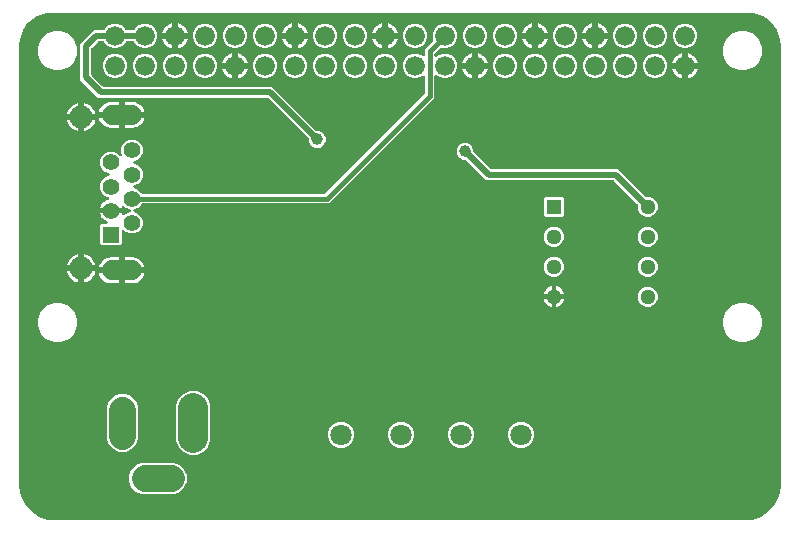
<source format=gbr>
G04 EAGLE Gerber RS-274X export*
G75*
%MOMM*%
%FSLAX34Y34*%
%LPD*%
%INBottom Copper*%
%IPPOS*%
%AMOC8*
5,1,8,0,0,1.08239X$1,22.5*%
G01*
%ADD10C,1.676400*%
%ADD11R,1.288000X1.288000*%
%ADD12C,1.288000*%
%ADD13C,1.700000*%
%ADD14C,1.950000*%
%ADD15C,1.408000*%
%ADD16R,1.408000X1.408000*%
%ADD17C,2.500000*%
%ADD18C,2.250000*%
%ADD19C,1.800000*%
%ADD20C,1.006400*%
%ADD21C,0.508000*%
%ADD22C,0.406400*%

G36*
X619796Y-132458D02*
X619796Y-132458D01*
X619806Y-132459D01*
X619966Y-132446D01*
X623615Y-131924D01*
X623658Y-131912D01*
X623702Y-131908D01*
X623857Y-131865D01*
X630945Y-129369D01*
X631021Y-129331D01*
X631102Y-129301D01*
X631220Y-129231D01*
X631229Y-129226D01*
X631232Y-129224D01*
X631240Y-129219D01*
X637441Y-124973D01*
X637505Y-124917D01*
X637575Y-124868D01*
X637671Y-124769D01*
X637679Y-124762D01*
X637681Y-124759D01*
X637687Y-124752D01*
X642578Y-119047D01*
X642625Y-118975D01*
X642680Y-118910D01*
X642747Y-118790D01*
X642753Y-118781D01*
X642754Y-118777D01*
X642759Y-118769D01*
X646006Y-111992D01*
X646033Y-111911D01*
X646069Y-111833D01*
X646103Y-111700D01*
X646106Y-111690D01*
X646107Y-111686D01*
X646109Y-111677D01*
X647491Y-104291D01*
X647494Y-104247D01*
X647505Y-104204D01*
X647513Y-104043D01*
X647485Y-101590D01*
X647473Y-101499D01*
X647470Y-101406D01*
X647459Y-101370D01*
X647459Y-100146D01*
X647457Y-100125D01*
X647456Y-100049D01*
X647377Y-99030D01*
X647397Y-98954D01*
X647432Y-98851D01*
X647436Y-98800D01*
X647449Y-98751D01*
X647459Y-98591D01*
X647459Y270000D01*
X647457Y270022D01*
X647455Y270100D01*
X647133Y274197D01*
X647119Y274264D01*
X647115Y274333D01*
X647075Y274489D01*
X644543Y282282D01*
X644492Y282390D01*
X644449Y282500D01*
X644416Y282551D01*
X644407Y282570D01*
X644394Y282586D01*
X644362Y282636D01*
X639546Y289265D01*
X639465Y289352D01*
X639389Y289443D01*
X639342Y289482D01*
X639328Y289497D01*
X639311Y289508D01*
X639265Y289546D01*
X635204Y292496D01*
X632636Y294362D01*
X632532Y294420D01*
X632432Y294483D01*
X632375Y294506D01*
X632357Y294516D01*
X632338Y294521D01*
X632282Y294543D01*
X624489Y297075D01*
X624421Y297088D01*
X624356Y297110D01*
X624197Y297133D01*
X620100Y297455D01*
X620078Y297454D01*
X620000Y297459D01*
X30000Y297459D01*
X29978Y297457D01*
X29900Y297455D01*
X25803Y297133D01*
X25736Y297119D01*
X25667Y297115D01*
X25511Y297075D01*
X17718Y294543D01*
X17610Y294492D01*
X17500Y294449D01*
X17449Y294416D01*
X17430Y294407D01*
X17414Y294394D01*
X17364Y294362D01*
X10735Y289546D01*
X10648Y289465D01*
X10557Y289389D01*
X10518Y289342D01*
X10503Y289328D01*
X10492Y289311D01*
X10454Y289265D01*
X5638Y282636D01*
X5580Y282532D01*
X5517Y282432D01*
X5494Y282375D01*
X5484Y282357D01*
X5479Y282338D01*
X5457Y282282D01*
X2925Y274489D01*
X2912Y274421D01*
X2890Y274356D01*
X2867Y274197D01*
X2545Y270100D01*
X2546Y270078D01*
X2541Y270000D01*
X2541Y-98591D01*
X2547Y-98641D01*
X2545Y-98691D01*
X2567Y-98798D01*
X2581Y-98906D01*
X2599Y-98953D01*
X2609Y-99003D01*
X2623Y-99030D01*
X2544Y-100049D01*
X2546Y-100071D01*
X2541Y-100146D01*
X2541Y-101378D01*
X2527Y-101429D01*
X2518Y-101546D01*
X2515Y-101563D01*
X2516Y-101572D01*
X2515Y-101590D01*
X2487Y-104043D01*
X2492Y-104087D01*
X2489Y-104131D01*
X2509Y-104291D01*
X3891Y-111677D01*
X3917Y-111759D01*
X3934Y-111843D01*
X3985Y-111970D01*
X3988Y-111980D01*
X3991Y-111984D01*
X3994Y-111992D01*
X7241Y-118769D01*
X7288Y-118841D01*
X7325Y-118918D01*
X7408Y-119027D01*
X7413Y-119036D01*
X7417Y-119039D01*
X7422Y-119047D01*
X12313Y-124752D01*
X12376Y-124810D01*
X12432Y-124874D01*
X12540Y-124959D01*
X12548Y-124966D01*
X12552Y-124968D01*
X12559Y-124973D01*
X18760Y-129219D01*
X18836Y-129258D01*
X18907Y-129306D01*
X19033Y-129359D01*
X19043Y-129364D01*
X19047Y-129365D01*
X19055Y-129369D01*
X26143Y-131865D01*
X26186Y-131874D01*
X26227Y-131891D01*
X26385Y-131924D01*
X30034Y-132446D01*
X30044Y-132447D01*
X30053Y-132449D01*
X30214Y-132459D01*
X619786Y-132459D01*
X619796Y-132458D01*
G37*
%LPC*%
G36*
X72518Y100227D02*
X72518Y100227D01*
X71327Y101418D01*
X71327Y117182D01*
X72518Y118373D01*
X76244Y118373D01*
X76273Y118376D01*
X76275Y118376D01*
X76284Y118378D01*
X76364Y118388D01*
X76485Y118396D01*
X76522Y118408D01*
X76560Y118413D01*
X76672Y118457D01*
X76787Y118495D01*
X76820Y118516D01*
X76855Y118530D01*
X76953Y118601D01*
X77055Y118666D01*
X77082Y118694D01*
X77113Y118716D01*
X77190Y118810D01*
X77273Y118898D01*
X77291Y118932D01*
X77316Y118961D01*
X77367Y119071D01*
X77425Y119177D01*
X77435Y119215D01*
X77451Y119249D01*
X77474Y119368D01*
X77504Y119485D01*
X77504Y119524D01*
X77511Y119561D01*
X77503Y119682D01*
X77503Y119803D01*
X77493Y119841D01*
X77491Y119879D01*
X77454Y119994D01*
X77423Y120111D01*
X77405Y120145D01*
X77393Y120181D01*
X77328Y120284D01*
X77270Y120390D01*
X77244Y120418D01*
X77223Y120450D01*
X77189Y120482D01*
X77188Y120483D01*
X77183Y120488D01*
X77135Y120533D01*
X77052Y120621D01*
X77019Y120642D01*
X76991Y120668D01*
X76958Y120686D01*
X76950Y120694D01*
X76811Y120776D01*
X76791Y120786D01*
X76783Y120791D01*
X76775Y120794D01*
X75379Y121506D01*
X74159Y122392D01*
X73092Y123459D01*
X72206Y124679D01*
X71521Y126022D01*
X71057Y127451D01*
X79420Y127451D01*
X79538Y127466D01*
X79657Y127473D01*
X79695Y127485D01*
X79735Y127491D01*
X79846Y127534D01*
X79959Y127571D01*
X79993Y127593D01*
X80031Y127608D01*
X80127Y127677D01*
X80228Y127741D01*
X80256Y127771D01*
X80288Y127794D01*
X80364Y127886D01*
X80396Y127920D01*
X80401Y127912D01*
X80431Y127884D01*
X80455Y127851D01*
X80546Y127775D01*
X80633Y127694D01*
X80668Y127674D01*
X80700Y127649D01*
X80807Y127598D01*
X80912Y127540D01*
X80951Y127530D01*
X80987Y127513D01*
X81104Y127491D01*
X81220Y127461D01*
X81280Y127457D01*
X81300Y127453D01*
X81320Y127455D01*
X81380Y127451D01*
X89743Y127451D01*
X89655Y127180D01*
X89651Y127161D01*
X89643Y127142D01*
X89621Y127004D01*
X89595Y126868D01*
X89597Y126848D01*
X89594Y126828D01*
X89607Y126689D01*
X89615Y126550D01*
X89621Y126531D01*
X89623Y126512D01*
X89670Y126381D01*
X89713Y126248D01*
X89724Y126231D01*
X89731Y126212D01*
X89809Y126097D01*
X89884Y125979D01*
X89898Y125966D01*
X89910Y125949D01*
X90014Y125857D01*
X90115Y125761D01*
X90133Y125752D01*
X90148Y125739D01*
X90272Y125676D01*
X90394Y125608D01*
X90414Y125603D01*
X90431Y125594D01*
X90567Y125564D01*
X90702Y125529D01*
X90722Y125529D01*
X90742Y125524D01*
X90881Y125529D01*
X91020Y125529D01*
X91039Y125533D01*
X91059Y125534D01*
X91194Y125573D01*
X91328Y125607D01*
X91346Y125617D01*
X91365Y125622D01*
X91485Y125693D01*
X91607Y125760D01*
X91622Y125774D01*
X91639Y125784D01*
X91760Y125890D01*
X93061Y127192D01*
X96286Y128527D01*
X96406Y128596D01*
X96530Y128661D01*
X96545Y128675D01*
X96562Y128685D01*
X96662Y128782D01*
X96765Y128875D01*
X96776Y128892D01*
X96791Y128906D01*
X96863Y129025D01*
X96940Y129141D01*
X96946Y129160D01*
X96957Y129177D01*
X96998Y129310D01*
X97043Y129442D01*
X97044Y129462D01*
X97050Y129481D01*
X97057Y129620D01*
X97068Y129759D01*
X97065Y129779D01*
X97065Y129799D01*
X97037Y129935D01*
X97014Y130072D01*
X97005Y130091D01*
X97001Y130110D01*
X96940Y130236D01*
X96883Y130362D01*
X96870Y130378D01*
X96861Y130396D01*
X96771Y130502D01*
X96684Y130610D01*
X96668Y130623D01*
X96655Y130638D01*
X96541Y130718D01*
X96430Y130802D01*
X96405Y130814D01*
X96395Y130821D01*
X96376Y130828D01*
X96286Y130873D01*
X93061Y132208D01*
X91760Y133510D01*
X91744Y133522D01*
X91731Y133537D01*
X91619Y133619D01*
X91508Y133705D01*
X91490Y133712D01*
X91474Y133724D01*
X91344Y133776D01*
X91217Y133831D01*
X91197Y133834D01*
X91178Y133841D01*
X91041Y133859D01*
X90902Y133881D01*
X90882Y133879D01*
X90863Y133881D01*
X90725Y133864D01*
X90586Y133851D01*
X90567Y133844D01*
X90547Y133842D01*
X90418Y133790D01*
X90287Y133743D01*
X90270Y133732D01*
X90251Y133725D01*
X90139Y133643D01*
X90023Y133565D01*
X90010Y133550D01*
X89994Y133538D01*
X89905Y133431D01*
X89813Y133326D01*
X89804Y133309D01*
X89791Y133293D01*
X89732Y133167D01*
X89668Y133043D01*
X89664Y133024D01*
X89655Y133006D01*
X89629Y132869D01*
X89599Y132733D01*
X89599Y132713D01*
X89595Y132693D01*
X89604Y132554D01*
X89608Y132415D01*
X89614Y132396D01*
X89615Y132376D01*
X89655Y132220D01*
X89743Y131949D01*
X81380Y131949D01*
X81262Y131934D01*
X81143Y131927D01*
X81105Y131914D01*
X81065Y131909D01*
X80954Y131866D01*
X80841Y131829D01*
X80807Y131807D01*
X80769Y131792D01*
X80673Y131723D01*
X80572Y131659D01*
X80544Y131629D01*
X80512Y131606D01*
X80436Y131514D01*
X80404Y131480D01*
X80399Y131488D01*
X80369Y131516D01*
X80345Y131549D01*
X80254Y131625D01*
X80167Y131706D01*
X80132Y131726D01*
X80100Y131751D01*
X79993Y131802D01*
X79888Y131860D01*
X79849Y131870D01*
X79813Y131887D01*
X79696Y131909D01*
X79580Y131939D01*
X79520Y131943D01*
X79500Y131947D01*
X79480Y131945D01*
X79420Y131949D01*
X71057Y131949D01*
X71521Y133378D01*
X72206Y134721D01*
X73092Y135941D01*
X74159Y137008D01*
X75379Y137894D01*
X76722Y138579D01*
X77812Y138933D01*
X77840Y138946D01*
X77869Y138953D01*
X77983Y139013D01*
X78100Y139068D01*
X78123Y139087D01*
X78150Y139101D01*
X78245Y139188D01*
X78345Y139271D01*
X78363Y139295D01*
X78385Y139315D01*
X78456Y139424D01*
X78532Y139528D01*
X78543Y139556D01*
X78560Y139581D01*
X78602Y139703D01*
X78650Y139824D01*
X78653Y139854D01*
X78663Y139882D01*
X78673Y140011D01*
X78690Y140139D01*
X78686Y140169D01*
X78688Y140199D01*
X78666Y140327D01*
X78650Y140455D01*
X78639Y140483D01*
X78634Y140512D01*
X78581Y140630D01*
X78533Y140751D01*
X78515Y140775D01*
X78503Y140802D01*
X78422Y140904D01*
X78346Y141008D01*
X78323Y141027D01*
X78305Y141051D01*
X78201Y141129D01*
X78101Y141211D01*
X78074Y141224D01*
X78051Y141242D01*
X77906Y141313D01*
X75261Y142408D01*
X72708Y144961D01*
X71327Y148295D01*
X71327Y151905D01*
X72708Y155239D01*
X75261Y157792D01*
X78486Y159127D01*
X78606Y159196D01*
X78730Y159261D01*
X78745Y159275D01*
X78762Y159285D01*
X78862Y159382D01*
X78965Y159475D01*
X78976Y159492D01*
X78991Y159506D01*
X79063Y159625D01*
X79140Y159741D01*
X79146Y159760D01*
X79157Y159777D01*
X79198Y159910D01*
X79243Y160042D01*
X79244Y160062D01*
X79250Y160081D01*
X79257Y160220D01*
X79268Y160359D01*
X79265Y160379D01*
X79265Y160399D01*
X79237Y160535D01*
X79214Y160672D01*
X79205Y160691D01*
X79201Y160710D01*
X79140Y160836D01*
X79083Y160962D01*
X79070Y160978D01*
X79061Y160996D01*
X78971Y161102D01*
X78884Y161210D01*
X78868Y161223D01*
X78855Y161238D01*
X78741Y161318D01*
X78630Y161402D01*
X78605Y161414D01*
X78595Y161421D01*
X78576Y161428D01*
X78486Y161473D01*
X75261Y162808D01*
X72708Y165361D01*
X71327Y168695D01*
X71327Y172305D01*
X72708Y175639D01*
X75261Y178192D01*
X78595Y179573D01*
X82205Y179573D01*
X85539Y178192D01*
X87650Y176081D01*
X87705Y176038D01*
X87754Y175988D01*
X87830Y175941D01*
X87901Y175886D01*
X87966Y175858D01*
X88025Y175822D01*
X88111Y175795D01*
X88193Y175759D01*
X88262Y175748D01*
X88329Y175728D01*
X88418Y175724D01*
X88507Y175710D01*
X88577Y175716D01*
X88646Y175713D01*
X88734Y175731D01*
X88824Y175739D01*
X88890Y175763D01*
X88958Y175777D01*
X89038Y175817D01*
X89123Y175847D01*
X89181Y175886D01*
X89244Y175917D01*
X89312Y175975D01*
X89386Y176026D01*
X89433Y176078D01*
X89486Y176123D01*
X89537Y176197D01*
X89597Y176264D01*
X89629Y176326D01*
X89669Y176383D01*
X89701Y176467D01*
X89741Y176547D01*
X89757Y176615D01*
X89781Y176681D01*
X89791Y176770D01*
X89811Y176858D01*
X89809Y176927D01*
X89817Y176997D01*
X89804Y177086D01*
X89801Y177175D01*
X89782Y177242D01*
X89772Y177312D01*
X89720Y177464D01*
X89127Y178895D01*
X89127Y182505D01*
X90508Y185839D01*
X93061Y188392D01*
X96395Y189773D01*
X100005Y189773D01*
X103339Y188392D01*
X105892Y185839D01*
X107273Y182505D01*
X107273Y178895D01*
X105892Y175561D01*
X103339Y173008D01*
X100114Y171673D01*
X99994Y171604D01*
X99871Y171539D01*
X99856Y171525D01*
X99838Y171515D01*
X99738Y171418D01*
X99635Y171325D01*
X99624Y171308D01*
X99610Y171294D01*
X99537Y171176D01*
X99460Y171059D01*
X99454Y171040D01*
X99443Y171023D01*
X99402Y170890D01*
X99357Y170758D01*
X99356Y170738D01*
X99350Y170719D01*
X99343Y170580D01*
X99332Y170441D01*
X99335Y170421D01*
X99334Y170401D01*
X99363Y170265D01*
X99386Y170128D01*
X99395Y170109D01*
X99399Y170090D01*
X99460Y169965D01*
X99517Y169838D01*
X99530Y169822D01*
X99539Y169804D01*
X99629Y169698D01*
X99716Y169590D01*
X99732Y169577D01*
X99745Y169562D01*
X99858Y169482D01*
X99970Y169398D01*
X99995Y169386D01*
X100005Y169379D01*
X100024Y169372D01*
X100114Y169327D01*
X103339Y167992D01*
X105892Y165439D01*
X107273Y162105D01*
X107273Y158495D01*
X105892Y155161D01*
X103339Y152608D01*
X100114Y151273D01*
X99994Y151204D01*
X99871Y151139D01*
X99856Y151125D01*
X99838Y151115D01*
X99738Y151018D01*
X99635Y150925D01*
X99624Y150908D01*
X99610Y150894D01*
X99537Y150776D01*
X99460Y150659D01*
X99454Y150640D01*
X99443Y150623D01*
X99402Y150490D01*
X99357Y150358D01*
X99356Y150338D01*
X99350Y150319D01*
X99343Y150180D01*
X99332Y150041D01*
X99335Y150021D01*
X99334Y150001D01*
X99363Y149865D01*
X99386Y149728D01*
X99395Y149709D01*
X99399Y149690D01*
X99460Y149565D01*
X99517Y149438D01*
X99530Y149422D01*
X99539Y149404D01*
X99629Y149298D01*
X99716Y149190D01*
X99732Y149177D01*
X99745Y149162D01*
X99858Y149082D01*
X99970Y148998D01*
X99995Y148986D01*
X100005Y148979D01*
X100024Y148972D01*
X100114Y148927D01*
X103339Y147592D01*
X105892Y145039D01*
X106012Y144748D01*
X106027Y144723D01*
X106036Y144695D01*
X106105Y144585D01*
X106170Y144472D01*
X106190Y144451D01*
X106206Y144426D01*
X106301Y144337D01*
X106391Y144244D01*
X106416Y144228D01*
X106438Y144208D01*
X106551Y144145D01*
X106662Y144077D01*
X106690Y144069D01*
X106716Y144054D01*
X106842Y144022D01*
X106966Y143984D01*
X106995Y143982D01*
X107024Y143975D01*
X107185Y143965D01*
X260692Y143965D01*
X260790Y143977D01*
X260889Y143980D01*
X260947Y143997D01*
X261007Y144005D01*
X261100Y144041D01*
X261195Y144069D01*
X261247Y144099D01*
X261303Y144122D01*
X261383Y144180D01*
X261469Y144230D01*
X261544Y144296D01*
X261560Y144308D01*
X261568Y144318D01*
X261589Y144336D01*
X345710Y228457D01*
X345770Y228535D01*
X345838Y228607D01*
X345867Y228660D01*
X345904Y228708D01*
X345944Y228799D01*
X345992Y228885D01*
X346007Y228944D01*
X346031Y229000D01*
X346046Y229098D01*
X346071Y229193D01*
X346077Y229293D01*
X346081Y229314D01*
X346079Y229326D01*
X346081Y229354D01*
X346081Y242888D01*
X346064Y243026D01*
X346051Y243165D01*
X346044Y243184D01*
X346041Y243204D01*
X345990Y243333D01*
X345943Y243464D01*
X345932Y243481D01*
X345924Y243500D01*
X345843Y243612D01*
X345765Y243727D01*
X345749Y243741D01*
X345738Y243757D01*
X345630Y243846D01*
X345526Y243938D01*
X345508Y243947D01*
X345493Y243960D01*
X345367Y244019D01*
X345243Y244082D01*
X345223Y244087D01*
X345205Y244095D01*
X345069Y244121D01*
X344933Y244152D01*
X344912Y244151D01*
X344893Y244155D01*
X344754Y244146D01*
X344615Y244142D01*
X344595Y244137D01*
X344575Y244135D01*
X344443Y244093D01*
X344309Y244054D01*
X344292Y244044D01*
X344273Y244037D01*
X344155Y243963D01*
X344035Y243892D01*
X344014Y243874D01*
X344004Y243867D01*
X343990Y243852D01*
X343914Y243786D01*
X343599Y243471D01*
X339772Y241885D01*
X335628Y241885D01*
X331801Y243471D01*
X328871Y246401D01*
X327285Y250228D01*
X327285Y254372D01*
X328871Y258199D01*
X331801Y261129D01*
X335628Y262715D01*
X339772Y262715D01*
X343599Y261129D01*
X343914Y260814D01*
X344024Y260729D01*
X344131Y260640D01*
X344150Y260632D01*
X344166Y260619D01*
X344294Y260564D01*
X344419Y260505D01*
X344439Y260501D01*
X344458Y260493D01*
X344596Y260471D01*
X344732Y260445D01*
X344752Y260446D01*
X344772Y260443D01*
X344911Y260456D01*
X345049Y260465D01*
X345068Y260471D01*
X345088Y260473D01*
X345219Y260520D01*
X345351Y260563D01*
X345369Y260574D01*
X345388Y260580D01*
X345502Y260658D01*
X345620Y260733D01*
X345634Y260748D01*
X345651Y260759D01*
X345743Y260863D01*
X345838Y260964D01*
X345848Y260982D01*
X345861Y260997D01*
X345925Y261121D01*
X345992Y261243D01*
X345997Y261263D01*
X346006Y261281D01*
X346036Y261417D01*
X346071Y261551D01*
X346073Y261579D01*
X346076Y261591D01*
X346075Y261611D01*
X346081Y261712D01*
X346081Y266430D01*
X348834Y269182D01*
X352846Y273194D01*
X352864Y273217D01*
X352886Y273236D01*
X352961Y273342D01*
X353041Y273445D01*
X353052Y273472D01*
X353069Y273496D01*
X353115Y273618D01*
X353167Y273737D01*
X353171Y273766D01*
X353182Y273794D01*
X353196Y273923D01*
X353217Y274051D01*
X353214Y274081D01*
X353217Y274110D01*
X353199Y274238D01*
X353187Y274368D01*
X353177Y274396D01*
X353173Y274425D01*
X353121Y274577D01*
X352685Y275628D01*
X352685Y279772D01*
X354271Y283599D01*
X357201Y286529D01*
X361028Y288115D01*
X365172Y288115D01*
X368999Y286529D01*
X371929Y283599D01*
X373515Y279772D01*
X373515Y275628D01*
X371929Y271801D01*
X368999Y268871D01*
X365172Y267285D01*
X361028Y267285D01*
X359977Y267721D01*
X359949Y267729D01*
X359922Y267742D01*
X359796Y267770D01*
X359670Y267805D01*
X359641Y267805D01*
X359612Y267812D01*
X359482Y267808D01*
X359352Y267810D01*
X359324Y267803D01*
X359294Y267802D01*
X359170Y267766D01*
X359043Y267736D01*
X359017Y267722D01*
X358989Y267714D01*
X358877Y267648D01*
X358762Y267587D01*
X358740Y267567D01*
X358715Y267552D01*
X358594Y267446D01*
X354582Y263434D01*
X354522Y263356D01*
X354454Y263284D01*
X354425Y263231D01*
X354388Y263183D01*
X354348Y263092D01*
X354300Y263005D01*
X354285Y262947D01*
X354261Y262891D01*
X354246Y262793D01*
X354221Y262697D01*
X354215Y262597D01*
X354211Y262577D01*
X354213Y262565D01*
X354211Y262537D01*
X354211Y261204D01*
X354228Y261066D01*
X354241Y260927D01*
X354248Y260908D01*
X354251Y260888D01*
X354302Y260759D01*
X354349Y260628D01*
X354360Y260611D01*
X354368Y260592D01*
X354449Y260480D01*
X354527Y260365D01*
X354543Y260351D01*
X354554Y260335D01*
X354662Y260246D01*
X354766Y260154D01*
X354784Y260145D01*
X354799Y260132D01*
X354925Y260073D01*
X355049Y260010D01*
X355069Y260005D01*
X355087Y259997D01*
X355224Y259971D01*
X355359Y259940D01*
X355380Y259941D01*
X355399Y259937D01*
X355538Y259946D01*
X355677Y259950D01*
X355697Y259955D01*
X355717Y259957D01*
X355849Y259999D01*
X355983Y260038D01*
X356000Y260048D01*
X356019Y260055D01*
X356137Y260129D01*
X356257Y260200D01*
X356278Y260218D01*
X356288Y260225D01*
X356302Y260240D01*
X356377Y260306D01*
X357201Y261129D01*
X361028Y262715D01*
X365172Y262715D01*
X368999Y261129D01*
X371929Y258199D01*
X373515Y254372D01*
X373515Y250228D01*
X371929Y246401D01*
X368999Y243471D01*
X365172Y241885D01*
X361028Y241885D01*
X357201Y243471D01*
X356377Y244294D01*
X356268Y244379D01*
X356161Y244468D01*
X356142Y244476D01*
X356126Y244489D01*
X355999Y244544D01*
X355873Y244603D01*
X355853Y244607D01*
X355834Y244615D01*
X355696Y244637D01*
X355560Y244663D01*
X355540Y244662D01*
X355520Y244665D01*
X355381Y244652D01*
X355243Y244643D01*
X355224Y244637D01*
X355204Y244635D01*
X355072Y244588D01*
X354941Y244545D01*
X354923Y244534D01*
X354904Y244528D01*
X354789Y244450D01*
X354672Y244375D01*
X354658Y244360D01*
X354641Y244349D01*
X354549Y244245D01*
X354454Y244144D01*
X354444Y244126D01*
X354431Y244111D01*
X354368Y243987D01*
X354300Y243865D01*
X354295Y243845D01*
X354286Y243827D01*
X354256Y243692D01*
X354221Y243557D01*
X354219Y243529D01*
X354216Y243517D01*
X354217Y243497D01*
X354211Y243396D01*
X354211Y225461D01*
X264585Y135835D01*
X107185Y135835D01*
X107155Y135832D01*
X107126Y135834D01*
X106998Y135812D01*
X106869Y135795D01*
X106842Y135785D01*
X106813Y135780D01*
X106694Y135726D01*
X106573Y135678D01*
X106550Y135661D01*
X106523Y135649D01*
X106421Y135568D01*
X106316Y135492D01*
X106297Y135469D01*
X106274Y135450D01*
X106196Y135347D01*
X106113Y135247D01*
X106101Y135220D01*
X106083Y135196D01*
X106012Y135052D01*
X105892Y134761D01*
X103339Y132208D01*
X100114Y130873D01*
X99994Y130804D01*
X99871Y130739D01*
X99856Y130725D01*
X99838Y130715D01*
X99738Y130618D01*
X99635Y130525D01*
X99624Y130508D01*
X99610Y130494D01*
X99537Y130376D01*
X99460Y130259D01*
X99454Y130240D01*
X99443Y130223D01*
X99402Y130090D01*
X99357Y129958D01*
X99356Y129938D01*
X99350Y129919D01*
X99343Y129780D01*
X99332Y129641D01*
X99335Y129621D01*
X99334Y129601D01*
X99363Y129465D01*
X99386Y129328D01*
X99395Y129309D01*
X99399Y129290D01*
X99460Y129165D01*
X99517Y129038D01*
X99530Y129022D01*
X99539Y129004D01*
X99629Y128898D01*
X99716Y128790D01*
X99732Y128777D01*
X99745Y128762D01*
X99858Y128682D01*
X99970Y128598D01*
X99995Y128586D01*
X100005Y128579D01*
X100024Y128572D01*
X100114Y128527D01*
X103339Y127192D01*
X105892Y124639D01*
X107273Y121305D01*
X107273Y117695D01*
X105892Y114361D01*
X103339Y111808D01*
X100005Y110427D01*
X96395Y110427D01*
X93061Y111808D01*
X91639Y113230D01*
X91530Y113315D01*
X91423Y113404D01*
X91404Y113412D01*
X91388Y113425D01*
X91260Y113480D01*
X91135Y113539D01*
X91115Y113543D01*
X91096Y113551D01*
X90958Y113573D01*
X90822Y113599D01*
X90802Y113598D01*
X90782Y113601D01*
X90643Y113588D01*
X90505Y113579D01*
X90486Y113573D01*
X90466Y113571D01*
X90334Y113524D01*
X90203Y113481D01*
X90185Y113470D01*
X90166Y113463D01*
X90051Y113385D01*
X89934Y113311D01*
X89920Y113296D01*
X89903Y113285D01*
X89811Y113181D01*
X89716Y113079D01*
X89706Y113062D01*
X89693Y113046D01*
X89629Y112922D01*
X89562Y112801D01*
X89557Y112781D01*
X89548Y112763D01*
X89518Y112627D01*
X89483Y112493D01*
X89481Y112465D01*
X89478Y112453D01*
X89479Y112432D01*
X89473Y112332D01*
X89473Y101418D01*
X88282Y100227D01*
X72518Y100227D01*
G37*
%LPD*%
%LPC*%
G36*
X253595Y182935D02*
X253595Y182935D01*
X250998Y184011D01*
X249011Y185998D01*
X247935Y188595D01*
X247935Y190072D01*
X247923Y190170D01*
X247920Y190269D01*
X247903Y190328D01*
X247895Y190388D01*
X247859Y190480D01*
X247831Y190575D01*
X247801Y190627D01*
X247778Y190683D01*
X247720Y190763D01*
X247670Y190849D01*
X247604Y190924D01*
X247592Y190941D01*
X247582Y190949D01*
X247564Y190970D01*
X213478Y225056D01*
X213399Y225116D01*
X213327Y225184D01*
X213274Y225213D01*
X213226Y225250D01*
X213135Y225290D01*
X213049Y225338D01*
X212990Y225353D01*
X212935Y225377D01*
X212837Y225392D01*
X212741Y225417D01*
X212641Y225423D01*
X212620Y225427D01*
X212608Y225425D01*
X212580Y225427D01*
X69686Y225427D01*
X54507Y240606D01*
X54507Y270974D01*
X65806Y282273D01*
X73473Y282273D01*
X73503Y282276D01*
X73532Y282274D01*
X73660Y282296D01*
X73789Y282313D01*
X73816Y282323D01*
X73845Y282329D01*
X73964Y282382D01*
X74084Y282430D01*
X74108Y282447D01*
X74135Y282459D01*
X74237Y282540D01*
X74342Y282616D01*
X74361Y282639D01*
X74384Y282658D01*
X74462Y282761D01*
X74545Y282861D01*
X74557Y282888D01*
X74575Y282912D01*
X74646Y283056D01*
X74871Y283599D01*
X77801Y286529D01*
X81628Y288115D01*
X85772Y288115D01*
X89599Y286529D01*
X92529Y283599D01*
X92754Y283056D01*
X92769Y283031D01*
X92778Y283003D01*
X92847Y282893D01*
X92912Y282780D01*
X92932Y282759D01*
X92948Y282734D01*
X93043Y282645D01*
X93133Y282552D01*
X93158Y282536D01*
X93180Y282516D01*
X93293Y282453D01*
X93404Y282385D01*
X93432Y282377D01*
X93458Y282362D01*
X93584Y282330D01*
X93708Y282292D01*
X93738Y282290D01*
X93766Y282283D01*
X93927Y282273D01*
X98873Y282273D01*
X98902Y282276D01*
X98932Y282274D01*
X99060Y282296D01*
X99189Y282313D01*
X99216Y282323D01*
X99245Y282328D01*
X99364Y282382D01*
X99484Y282430D01*
X99508Y282447D01*
X99535Y282459D01*
X99636Y282540D01*
X99742Y282616D01*
X99761Y282639D01*
X99784Y282658D01*
X99862Y282761D01*
X99945Y282861D01*
X99957Y282888D01*
X99975Y282912D01*
X100046Y283056D01*
X100271Y283599D01*
X103201Y286529D01*
X107028Y288115D01*
X111172Y288115D01*
X114999Y286529D01*
X117929Y283599D01*
X119515Y279772D01*
X119515Y275628D01*
X117929Y271801D01*
X114999Y268871D01*
X111172Y267285D01*
X107028Y267285D01*
X103201Y268871D01*
X100271Y271801D01*
X100046Y272344D01*
X100031Y272369D01*
X100022Y272397D01*
X99953Y272507D01*
X99888Y272620D01*
X99868Y272641D01*
X99852Y272666D01*
X99757Y272755D01*
X99667Y272848D01*
X99642Y272864D01*
X99620Y272884D01*
X99507Y272947D01*
X99396Y273015D01*
X99368Y273023D01*
X99342Y273038D01*
X99216Y273070D01*
X99092Y273108D01*
X99062Y273110D01*
X99034Y273117D01*
X98873Y273127D01*
X93927Y273127D01*
X93897Y273124D01*
X93868Y273126D01*
X93740Y273104D01*
X93611Y273087D01*
X93584Y273077D01*
X93555Y273071D01*
X93436Y273018D01*
X93316Y272970D01*
X93292Y272953D01*
X93265Y272941D01*
X93163Y272860D01*
X93058Y272784D01*
X93039Y272761D01*
X93016Y272742D01*
X92938Y272639D01*
X92855Y272539D01*
X92843Y272512D01*
X92825Y272488D01*
X92754Y272344D01*
X92529Y271801D01*
X89599Y268871D01*
X85772Y267285D01*
X81628Y267285D01*
X77801Y268871D01*
X74871Y271801D01*
X74646Y272344D01*
X74631Y272369D01*
X74622Y272397D01*
X74553Y272507D01*
X74488Y272620D01*
X74468Y272641D01*
X74452Y272666D01*
X74357Y272755D01*
X74267Y272848D01*
X74242Y272864D01*
X74220Y272884D01*
X74107Y272947D01*
X73996Y273015D01*
X73968Y273023D01*
X73942Y273038D01*
X73816Y273070D01*
X73692Y273108D01*
X73662Y273110D01*
X73634Y273117D01*
X73473Y273127D01*
X70120Y273127D01*
X70022Y273115D01*
X69923Y273112D01*
X69864Y273095D01*
X69804Y273087D01*
X69712Y273051D01*
X69617Y273023D01*
X69565Y272993D01*
X69509Y272970D01*
X69429Y272912D01*
X69343Y272862D01*
X69268Y272796D01*
X69251Y272784D01*
X69243Y272774D01*
X69222Y272756D01*
X64024Y267558D01*
X63964Y267479D01*
X63896Y267407D01*
X63867Y267354D01*
X63830Y267306D01*
X63790Y267215D01*
X63742Y267129D01*
X63727Y267070D01*
X63703Y267015D01*
X63688Y266917D01*
X63663Y266821D01*
X63657Y266721D01*
X63653Y266700D01*
X63655Y266688D01*
X63653Y266660D01*
X63653Y244920D01*
X63665Y244822D01*
X63668Y244723D01*
X63685Y244664D01*
X63693Y244604D01*
X63729Y244512D01*
X63757Y244417D01*
X63787Y244365D01*
X63810Y244309D01*
X63868Y244229D01*
X63918Y244143D01*
X63984Y244068D01*
X63996Y244051D01*
X64006Y244043D01*
X64024Y244022D01*
X73102Y234944D01*
X73181Y234884D01*
X73253Y234816D01*
X73306Y234787D01*
X73354Y234750D01*
X73445Y234710D01*
X73531Y234662D01*
X73590Y234647D01*
X73645Y234623D01*
X73743Y234608D01*
X73839Y234583D01*
X73939Y234577D01*
X73960Y234573D01*
X73972Y234575D01*
X74000Y234573D01*
X216894Y234573D01*
X254030Y197436D01*
X254109Y197376D01*
X254181Y197308D01*
X254234Y197279D01*
X254282Y197242D01*
X254373Y197202D01*
X254459Y197154D01*
X254518Y197139D01*
X254573Y197115D01*
X254671Y197100D01*
X254767Y197075D01*
X254867Y197069D01*
X254888Y197065D01*
X254900Y197067D01*
X254928Y197065D01*
X256405Y197065D01*
X259002Y195989D01*
X260989Y194002D01*
X262065Y191405D01*
X262065Y188595D01*
X260989Y185998D01*
X259002Y184011D01*
X256405Y182935D01*
X253595Y182935D01*
G37*
%LPD*%
%LPC*%
G36*
X533015Y124627D02*
X533015Y124627D01*
X529901Y125917D01*
X527517Y128301D01*
X526227Y131415D01*
X526227Y134580D01*
X526215Y134678D01*
X526212Y134777D01*
X526195Y134836D01*
X526187Y134896D01*
X526151Y134988D01*
X526123Y135083D01*
X526093Y135135D01*
X526070Y135191D01*
X526012Y135271D01*
X525962Y135357D01*
X525896Y135432D01*
X525884Y135449D01*
X525874Y135457D01*
X525856Y135478D01*
X506278Y155056D01*
X506199Y155116D01*
X506127Y155184D01*
X506074Y155213D01*
X506026Y155250D01*
X505935Y155290D01*
X505849Y155338D01*
X505790Y155353D01*
X505735Y155377D01*
X505637Y155392D01*
X505541Y155417D01*
X505441Y155423D01*
X505420Y155427D01*
X505408Y155425D01*
X505380Y155427D01*
X398106Y155427D01*
X380970Y172564D01*
X380891Y172624D01*
X380819Y172692D01*
X380766Y172721D01*
X380718Y172758D01*
X380627Y172798D01*
X380541Y172846D01*
X380482Y172861D01*
X380427Y172885D01*
X380329Y172900D01*
X380233Y172925D01*
X380133Y172931D01*
X380112Y172935D01*
X380100Y172933D01*
X380072Y172935D01*
X378595Y172935D01*
X375998Y174011D01*
X374011Y175998D01*
X372935Y178595D01*
X372935Y181405D01*
X374011Y184002D01*
X375998Y185989D01*
X378595Y187065D01*
X381405Y187065D01*
X384002Y185989D01*
X385989Y184002D01*
X387065Y181405D01*
X387065Y179928D01*
X387077Y179830D01*
X387080Y179731D01*
X387097Y179672D01*
X387105Y179612D01*
X387141Y179520D01*
X387169Y179425D01*
X387199Y179373D01*
X387222Y179317D01*
X387280Y179237D01*
X387330Y179151D01*
X387396Y179076D01*
X387408Y179059D01*
X387418Y179051D01*
X387436Y179030D01*
X401522Y164944D01*
X401601Y164884D01*
X401673Y164816D01*
X401726Y164787D01*
X401774Y164750D01*
X401865Y164710D01*
X401951Y164662D01*
X402010Y164647D01*
X402065Y164623D01*
X402163Y164608D01*
X402259Y164583D01*
X402359Y164577D01*
X402380Y164573D01*
X402392Y164575D01*
X402420Y164573D01*
X509694Y164573D01*
X532322Y141944D01*
X532401Y141884D01*
X532473Y141816D01*
X532526Y141787D01*
X532574Y141750D01*
X532665Y141710D01*
X532751Y141662D01*
X532810Y141647D01*
X532865Y141623D01*
X532963Y141608D01*
X533059Y141583D01*
X533159Y141577D01*
X533180Y141573D01*
X533192Y141575D01*
X533220Y141573D01*
X536385Y141573D01*
X539499Y140283D01*
X541883Y137899D01*
X543173Y134785D01*
X543173Y131415D01*
X541883Y128301D01*
X539499Y125917D01*
X536385Y124627D01*
X533015Y124627D01*
G37*
%LPD*%
%LPC*%
G36*
X147109Y-77033D02*
X147109Y-77033D01*
X141768Y-74820D01*
X137680Y-70732D01*
X135467Y-65391D01*
X135467Y-34609D01*
X137680Y-29268D01*
X141768Y-25180D01*
X147109Y-22967D01*
X152891Y-22967D01*
X158232Y-25180D01*
X162320Y-29268D01*
X164533Y-34609D01*
X164533Y-65391D01*
X162320Y-70732D01*
X158232Y-74820D01*
X152891Y-77033D01*
X147109Y-77033D01*
G37*
%LPD*%
%LPC*%
G36*
X87358Y-74533D02*
X87358Y-74533D01*
X82476Y-72511D01*
X78739Y-68774D01*
X76717Y-63892D01*
X76717Y-36108D01*
X78739Y-31226D01*
X82476Y-27489D01*
X87358Y-25467D01*
X92642Y-25467D01*
X97524Y-27489D01*
X101261Y-31226D01*
X103283Y-36108D01*
X103283Y-63892D01*
X101261Y-68774D01*
X97524Y-72511D01*
X92642Y-74533D01*
X87358Y-74533D01*
G37*
%LPD*%
%LPC*%
G36*
X106108Y-110283D02*
X106108Y-110283D01*
X101226Y-108261D01*
X97489Y-104524D01*
X95467Y-99642D01*
X95467Y-94358D01*
X97489Y-89476D01*
X101226Y-85739D01*
X106108Y-83717D01*
X133892Y-83717D01*
X138774Y-85739D01*
X142511Y-89476D01*
X144533Y-94358D01*
X144533Y-99642D01*
X142511Y-104524D01*
X138774Y-108261D01*
X133892Y-110283D01*
X106108Y-110283D01*
G37*
%LPD*%
%LPC*%
G36*
X611710Y18459D02*
X611710Y18459D01*
X605630Y20977D01*
X600977Y25630D01*
X598459Y31710D01*
X598459Y38290D01*
X600977Y44370D01*
X605630Y49023D01*
X611710Y51541D01*
X618290Y51541D01*
X624370Y49023D01*
X629023Y44370D01*
X631541Y38290D01*
X631541Y31710D01*
X629023Y25630D01*
X624370Y20977D01*
X618290Y18459D01*
X611710Y18459D01*
G37*
%LPD*%
%LPC*%
G36*
X611710Y248459D02*
X611710Y248459D01*
X605630Y250977D01*
X600977Y255630D01*
X598459Y261710D01*
X598459Y268290D01*
X600977Y274370D01*
X605630Y279023D01*
X611710Y281541D01*
X618290Y281541D01*
X624370Y279023D01*
X629023Y274370D01*
X631541Y268290D01*
X631541Y261710D01*
X629023Y255630D01*
X624370Y250977D01*
X618290Y248459D01*
X611710Y248459D01*
G37*
%LPD*%
%LPC*%
G36*
X31710Y248459D02*
X31710Y248459D01*
X25630Y250977D01*
X20977Y255630D01*
X18459Y261710D01*
X18459Y268290D01*
X20977Y274370D01*
X25630Y279023D01*
X31710Y281541D01*
X38290Y281541D01*
X44370Y279023D01*
X49023Y274370D01*
X51541Y268290D01*
X51541Y261710D01*
X49023Y255630D01*
X44370Y250977D01*
X38290Y248459D01*
X31710Y248459D01*
G37*
%LPD*%
%LPC*%
G36*
X31710Y18459D02*
X31710Y18459D01*
X25630Y20977D01*
X20977Y25630D01*
X18459Y31710D01*
X18459Y38290D01*
X20977Y44370D01*
X25630Y49023D01*
X31710Y51541D01*
X38290Y51541D01*
X44370Y49023D01*
X49023Y44370D01*
X51541Y38290D01*
X51541Y31710D01*
X49023Y25630D01*
X44370Y20977D01*
X38290Y18459D01*
X31710Y18459D01*
G37*
%LPD*%
%LPC*%
G36*
X323605Y-71033D02*
X323605Y-71033D01*
X319550Y-69353D01*
X316447Y-66250D01*
X314767Y-62195D01*
X314767Y-57805D01*
X316447Y-53750D01*
X319550Y-50647D01*
X323605Y-48967D01*
X327995Y-48967D01*
X332050Y-50647D01*
X335153Y-53750D01*
X336833Y-57805D01*
X336833Y-62195D01*
X335153Y-66250D01*
X332050Y-69353D01*
X327995Y-71033D01*
X323605Y-71033D01*
G37*
%LPD*%
%LPC*%
G36*
X374405Y-71033D02*
X374405Y-71033D01*
X370350Y-69353D01*
X367247Y-66250D01*
X365567Y-62195D01*
X365567Y-57805D01*
X367247Y-53750D01*
X370350Y-50647D01*
X374405Y-48967D01*
X378795Y-48967D01*
X382850Y-50647D01*
X385953Y-53750D01*
X387633Y-57805D01*
X387633Y-62195D01*
X385953Y-66250D01*
X382850Y-69353D01*
X378795Y-71033D01*
X374405Y-71033D01*
G37*
%LPD*%
%LPC*%
G36*
X425205Y-71033D02*
X425205Y-71033D01*
X421150Y-69353D01*
X418047Y-66250D01*
X416367Y-62195D01*
X416367Y-57805D01*
X418047Y-53750D01*
X421150Y-50647D01*
X425205Y-48967D01*
X429595Y-48967D01*
X433650Y-50647D01*
X436753Y-53750D01*
X438433Y-57805D01*
X438433Y-62195D01*
X436753Y-66250D01*
X433650Y-69353D01*
X429595Y-71033D01*
X425205Y-71033D01*
G37*
%LPD*%
%LPC*%
G36*
X272805Y-71033D02*
X272805Y-71033D01*
X268750Y-69353D01*
X265647Y-66250D01*
X263967Y-62195D01*
X263967Y-57805D01*
X265647Y-53750D01*
X268750Y-50647D01*
X272805Y-48967D01*
X277195Y-48967D01*
X281250Y-50647D01*
X284353Y-53750D01*
X286033Y-57805D01*
X286033Y-62195D01*
X284353Y-66250D01*
X281250Y-69353D01*
X277195Y-71033D01*
X272805Y-71033D01*
G37*
%LPD*%
%LPC*%
G36*
X81628Y241885D02*
X81628Y241885D01*
X77801Y243471D01*
X74871Y246401D01*
X73285Y250228D01*
X73285Y254372D01*
X74871Y258199D01*
X77801Y261129D01*
X81628Y262715D01*
X85772Y262715D01*
X89599Y261129D01*
X92529Y258199D01*
X94115Y254372D01*
X94115Y250228D01*
X92529Y246401D01*
X89599Y243471D01*
X85772Y241885D01*
X81628Y241885D01*
G37*
%LPD*%
%LPC*%
G36*
X310228Y241885D02*
X310228Y241885D01*
X306401Y243471D01*
X303471Y246401D01*
X301885Y250228D01*
X301885Y254372D01*
X303471Y258199D01*
X306401Y261129D01*
X310228Y262715D01*
X314372Y262715D01*
X318199Y261129D01*
X321129Y258199D01*
X322715Y254372D01*
X322715Y250228D01*
X321129Y246401D01*
X318199Y243471D01*
X314372Y241885D01*
X310228Y241885D01*
G37*
%LPD*%
%LPC*%
G36*
X538828Y267285D02*
X538828Y267285D01*
X535001Y268871D01*
X532071Y271801D01*
X530485Y275628D01*
X530485Y279772D01*
X532071Y283599D01*
X535001Y286529D01*
X538828Y288115D01*
X542972Y288115D01*
X546799Y286529D01*
X549729Y283599D01*
X551315Y279772D01*
X551315Y275628D01*
X549729Y271801D01*
X546799Y268871D01*
X542972Y267285D01*
X538828Y267285D01*
G37*
%LPD*%
%LPC*%
G36*
X462628Y267285D02*
X462628Y267285D01*
X458801Y268871D01*
X455871Y271801D01*
X454285Y275628D01*
X454285Y279772D01*
X455871Y283599D01*
X458801Y286529D01*
X462628Y288115D01*
X466772Y288115D01*
X470599Y286529D01*
X473529Y283599D01*
X475115Y279772D01*
X475115Y275628D01*
X473529Y271801D01*
X470599Y268871D01*
X466772Y267285D01*
X462628Y267285D01*
G37*
%LPD*%
%LPC*%
G36*
X564228Y267285D02*
X564228Y267285D01*
X560401Y268871D01*
X557471Y271801D01*
X555885Y275628D01*
X555885Y279772D01*
X557471Y283599D01*
X560401Y286529D01*
X564228Y288115D01*
X568372Y288115D01*
X572199Y286529D01*
X575129Y283599D01*
X576715Y279772D01*
X576715Y275628D01*
X575129Y271801D01*
X572199Y268871D01*
X568372Y267285D01*
X564228Y267285D01*
G37*
%LPD*%
%LPC*%
G36*
X513428Y267285D02*
X513428Y267285D01*
X509601Y268871D01*
X506671Y271801D01*
X505085Y275628D01*
X505085Y279772D01*
X506671Y283599D01*
X509601Y286529D01*
X513428Y288115D01*
X517572Y288115D01*
X521399Y286529D01*
X524329Y283599D01*
X525915Y279772D01*
X525915Y275628D01*
X524329Y271801D01*
X521399Y268871D01*
X517572Y267285D01*
X513428Y267285D01*
G37*
%LPD*%
%LPC*%
G36*
X259428Y267285D02*
X259428Y267285D01*
X255601Y268871D01*
X252671Y271801D01*
X251085Y275628D01*
X251085Y279772D01*
X252671Y283599D01*
X255601Y286529D01*
X259428Y288115D01*
X263572Y288115D01*
X267399Y286529D01*
X270329Y283599D01*
X271915Y279772D01*
X271915Y275628D01*
X270329Y271801D01*
X267399Y268871D01*
X263572Y267285D01*
X259428Y267285D01*
G37*
%LPD*%
%LPC*%
G36*
X157828Y267285D02*
X157828Y267285D01*
X154001Y268871D01*
X151071Y271801D01*
X149485Y275628D01*
X149485Y279772D01*
X151071Y283599D01*
X154001Y286529D01*
X157828Y288115D01*
X161972Y288115D01*
X165799Y286529D01*
X168729Y283599D01*
X170315Y279772D01*
X170315Y275628D01*
X168729Y271801D01*
X165799Y268871D01*
X161972Y267285D01*
X157828Y267285D01*
G37*
%LPD*%
%LPC*%
G36*
X386428Y267285D02*
X386428Y267285D01*
X382601Y268871D01*
X379671Y271801D01*
X378085Y275628D01*
X378085Y279772D01*
X379671Y283599D01*
X382601Y286529D01*
X386428Y288115D01*
X390572Y288115D01*
X394399Y286529D01*
X397329Y283599D01*
X398915Y279772D01*
X398915Y275628D01*
X397329Y271801D01*
X394399Y268871D01*
X390572Y267285D01*
X386428Y267285D01*
G37*
%LPD*%
%LPC*%
G36*
X284828Y267285D02*
X284828Y267285D01*
X281001Y268871D01*
X278071Y271801D01*
X276485Y275628D01*
X276485Y279772D01*
X278071Y283599D01*
X281001Y286529D01*
X284828Y288115D01*
X288972Y288115D01*
X292799Y286529D01*
X295729Y283599D01*
X297315Y279772D01*
X297315Y275628D01*
X295729Y271801D01*
X292799Y268871D01*
X288972Y267285D01*
X284828Y267285D01*
G37*
%LPD*%
%LPC*%
G36*
X183228Y267285D02*
X183228Y267285D01*
X179401Y268871D01*
X176471Y271801D01*
X174885Y275628D01*
X174885Y279772D01*
X176471Y283599D01*
X179401Y286529D01*
X183228Y288115D01*
X187372Y288115D01*
X191199Y286529D01*
X194129Y283599D01*
X195715Y279772D01*
X195715Y275628D01*
X194129Y271801D01*
X191199Y268871D01*
X187372Y267285D01*
X183228Y267285D01*
G37*
%LPD*%
%LPC*%
G36*
X208628Y267285D02*
X208628Y267285D01*
X204801Y268871D01*
X201871Y271801D01*
X200285Y275628D01*
X200285Y279772D01*
X201871Y283599D01*
X204801Y286529D01*
X208628Y288115D01*
X212772Y288115D01*
X216599Y286529D01*
X219529Y283599D01*
X221115Y279772D01*
X221115Y275628D01*
X219529Y271801D01*
X216599Y268871D01*
X212772Y267285D01*
X208628Y267285D01*
G37*
%LPD*%
%LPC*%
G36*
X335628Y267285D02*
X335628Y267285D01*
X331801Y268871D01*
X328871Y271801D01*
X327285Y275628D01*
X327285Y279772D01*
X328871Y283599D01*
X331801Y286529D01*
X335628Y288115D01*
X339772Y288115D01*
X343599Y286529D01*
X346529Y283599D01*
X348115Y279772D01*
X348115Y275628D01*
X346529Y271801D01*
X343599Y268871D01*
X339772Y267285D01*
X335628Y267285D01*
G37*
%LPD*%
%LPC*%
G36*
X411828Y267285D02*
X411828Y267285D01*
X408001Y268871D01*
X405071Y271801D01*
X403485Y275628D01*
X403485Y279772D01*
X405071Y283599D01*
X408001Y286529D01*
X411828Y288115D01*
X415972Y288115D01*
X419799Y286529D01*
X422729Y283599D01*
X424315Y279772D01*
X424315Y275628D01*
X422729Y271801D01*
X419799Y268871D01*
X415972Y267285D01*
X411828Y267285D01*
G37*
%LPD*%
%LPC*%
G36*
X107028Y241885D02*
X107028Y241885D01*
X103201Y243471D01*
X100271Y246401D01*
X98685Y250228D01*
X98685Y254372D01*
X100271Y258199D01*
X103201Y261129D01*
X107028Y262715D01*
X111172Y262715D01*
X114999Y261129D01*
X117929Y258199D01*
X119515Y254372D01*
X119515Y250228D01*
X117929Y246401D01*
X114999Y243471D01*
X111172Y241885D01*
X107028Y241885D01*
G37*
%LPD*%
%LPC*%
G36*
X132428Y241885D02*
X132428Y241885D01*
X128601Y243471D01*
X125671Y246401D01*
X124085Y250228D01*
X124085Y254372D01*
X125671Y258199D01*
X128601Y261129D01*
X132428Y262715D01*
X136572Y262715D01*
X140399Y261129D01*
X143329Y258199D01*
X144915Y254372D01*
X144915Y250228D01*
X143329Y246401D01*
X140399Y243471D01*
X136572Y241885D01*
X132428Y241885D01*
G37*
%LPD*%
%LPC*%
G36*
X157828Y241885D02*
X157828Y241885D01*
X154001Y243471D01*
X151071Y246401D01*
X149485Y250228D01*
X149485Y254372D01*
X151071Y258199D01*
X154001Y261129D01*
X157828Y262715D01*
X161972Y262715D01*
X165799Y261129D01*
X168729Y258199D01*
X170315Y254372D01*
X170315Y250228D01*
X168729Y246401D01*
X165799Y243471D01*
X161972Y241885D01*
X157828Y241885D01*
G37*
%LPD*%
%LPC*%
G36*
X284828Y241885D02*
X284828Y241885D01*
X281001Y243471D01*
X278071Y246401D01*
X276485Y250228D01*
X276485Y254372D01*
X278071Y258199D01*
X281001Y261129D01*
X284828Y262715D01*
X288972Y262715D01*
X292799Y261129D01*
X295729Y258199D01*
X297315Y254372D01*
X297315Y250228D01*
X295729Y246401D01*
X292799Y243471D01*
X288972Y241885D01*
X284828Y241885D01*
G37*
%LPD*%
%LPC*%
G36*
X208628Y241885D02*
X208628Y241885D01*
X204801Y243471D01*
X201871Y246401D01*
X200285Y250228D01*
X200285Y254372D01*
X201871Y258199D01*
X204801Y261129D01*
X208628Y262715D01*
X212772Y262715D01*
X216599Y261129D01*
X219529Y258199D01*
X221115Y254372D01*
X221115Y250228D01*
X219529Y246401D01*
X216599Y243471D01*
X212772Y241885D01*
X208628Y241885D01*
G37*
%LPD*%
%LPC*%
G36*
X234028Y241885D02*
X234028Y241885D01*
X230201Y243471D01*
X227271Y246401D01*
X225685Y250228D01*
X225685Y254372D01*
X227271Y258199D01*
X230201Y261129D01*
X234028Y262715D01*
X238172Y262715D01*
X241999Y261129D01*
X244929Y258199D01*
X246515Y254372D01*
X246515Y250228D01*
X244929Y246401D01*
X241999Y243471D01*
X238172Y241885D01*
X234028Y241885D01*
G37*
%LPD*%
%LPC*%
G36*
X259428Y241885D02*
X259428Y241885D01*
X255601Y243471D01*
X252671Y246401D01*
X251085Y250228D01*
X251085Y254372D01*
X252671Y258199D01*
X255601Y261129D01*
X259428Y262715D01*
X263572Y262715D01*
X267399Y261129D01*
X270329Y258199D01*
X271915Y254372D01*
X271915Y250228D01*
X270329Y246401D01*
X267399Y243471D01*
X263572Y241885D01*
X259428Y241885D01*
G37*
%LPD*%
%LPC*%
G36*
X538828Y241885D02*
X538828Y241885D01*
X535001Y243471D01*
X532071Y246401D01*
X530485Y250228D01*
X530485Y254372D01*
X532071Y258199D01*
X535001Y261129D01*
X538828Y262715D01*
X542972Y262715D01*
X546799Y261129D01*
X549729Y258199D01*
X551315Y254372D01*
X551315Y250228D01*
X549729Y246401D01*
X546799Y243471D01*
X542972Y241885D01*
X538828Y241885D01*
G37*
%LPD*%
%LPC*%
G36*
X513428Y241885D02*
X513428Y241885D01*
X509601Y243471D01*
X506671Y246401D01*
X505085Y250228D01*
X505085Y254372D01*
X506671Y258199D01*
X509601Y261129D01*
X513428Y262715D01*
X517572Y262715D01*
X521399Y261129D01*
X524329Y258199D01*
X525915Y254372D01*
X525915Y250228D01*
X524329Y246401D01*
X521399Y243471D01*
X517572Y241885D01*
X513428Y241885D01*
G37*
%LPD*%
%LPC*%
G36*
X488028Y241885D02*
X488028Y241885D01*
X484201Y243471D01*
X481271Y246401D01*
X479685Y250228D01*
X479685Y254372D01*
X481271Y258199D01*
X484201Y261129D01*
X488028Y262715D01*
X492172Y262715D01*
X495999Y261129D01*
X498929Y258199D01*
X500515Y254372D01*
X500515Y250228D01*
X498929Y246401D01*
X495999Y243471D01*
X492172Y241885D01*
X488028Y241885D01*
G37*
%LPD*%
%LPC*%
G36*
X462628Y241885D02*
X462628Y241885D01*
X458801Y243471D01*
X455871Y246401D01*
X454285Y250228D01*
X454285Y254372D01*
X455871Y258199D01*
X458801Y261129D01*
X462628Y262715D01*
X466772Y262715D01*
X470599Y261129D01*
X473529Y258199D01*
X475115Y254372D01*
X475115Y250228D01*
X473529Y246401D01*
X470599Y243471D01*
X466772Y241885D01*
X462628Y241885D01*
G37*
%LPD*%
%LPC*%
G36*
X437228Y241885D02*
X437228Y241885D01*
X433401Y243471D01*
X430471Y246401D01*
X428885Y250228D01*
X428885Y254372D01*
X430471Y258199D01*
X433401Y261129D01*
X437228Y262715D01*
X441372Y262715D01*
X445199Y261129D01*
X448129Y258199D01*
X449715Y254372D01*
X449715Y250228D01*
X448129Y246401D01*
X445199Y243471D01*
X441372Y241885D01*
X437228Y241885D01*
G37*
%LPD*%
%LPC*%
G36*
X411828Y241885D02*
X411828Y241885D01*
X408001Y243471D01*
X405071Y246401D01*
X403485Y250228D01*
X403485Y254372D01*
X405071Y258199D01*
X408001Y261129D01*
X411828Y262715D01*
X415972Y262715D01*
X419799Y261129D01*
X422729Y258199D01*
X424315Y254372D01*
X424315Y250228D01*
X422729Y246401D01*
X419799Y243471D01*
X415972Y241885D01*
X411828Y241885D01*
G37*
%LPD*%
%LPC*%
G36*
X448018Y124627D02*
X448018Y124627D01*
X446827Y125818D01*
X446827Y140382D01*
X448018Y141573D01*
X462582Y141573D01*
X463773Y140382D01*
X463773Y125818D01*
X462582Y124627D01*
X448018Y124627D01*
G37*
%LPD*%
%LPC*%
G36*
X533015Y48427D02*
X533015Y48427D01*
X529901Y49717D01*
X527517Y52101D01*
X526227Y55215D01*
X526227Y58585D01*
X527517Y61699D01*
X529901Y64083D01*
X533015Y65373D01*
X536385Y65373D01*
X539499Y64083D01*
X541883Y61699D01*
X543173Y58585D01*
X543173Y55215D01*
X541883Y52101D01*
X539499Y49717D01*
X536385Y48427D01*
X533015Y48427D01*
G37*
%LPD*%
%LPC*%
G36*
X453615Y99227D02*
X453615Y99227D01*
X450501Y100517D01*
X448117Y102901D01*
X446827Y106015D01*
X446827Y109385D01*
X448117Y112499D01*
X450501Y114883D01*
X453615Y116173D01*
X456985Y116173D01*
X460099Y114883D01*
X462483Y112499D01*
X463773Y109385D01*
X463773Y106015D01*
X462483Y102901D01*
X460099Y100517D01*
X456985Y99227D01*
X453615Y99227D01*
G37*
%LPD*%
%LPC*%
G36*
X453615Y73827D02*
X453615Y73827D01*
X450501Y75117D01*
X448117Y77501D01*
X446827Y80615D01*
X446827Y83985D01*
X448117Y87099D01*
X450501Y89483D01*
X453615Y90773D01*
X456985Y90773D01*
X460099Y89483D01*
X462483Y87099D01*
X463773Y83985D01*
X463773Y80615D01*
X462483Y77501D01*
X460099Y75117D01*
X456985Y73827D01*
X453615Y73827D01*
G37*
%LPD*%
%LPC*%
G36*
X533015Y73827D02*
X533015Y73827D01*
X529901Y75117D01*
X527517Y77501D01*
X526227Y80615D01*
X526227Y83985D01*
X527517Y87099D01*
X529901Y89483D01*
X533015Y90773D01*
X536385Y90773D01*
X539499Y89483D01*
X541883Y87099D01*
X543173Y83985D01*
X543173Y80615D01*
X541883Y77501D01*
X539499Y75117D01*
X536385Y73827D01*
X533015Y73827D01*
G37*
%LPD*%
%LPC*%
G36*
X533015Y99227D02*
X533015Y99227D01*
X529901Y100517D01*
X527517Y102901D01*
X526227Y106015D01*
X526227Y109385D01*
X527517Y112499D01*
X529901Y114883D01*
X533015Y116173D01*
X536385Y116173D01*
X539499Y114883D01*
X541883Y112499D01*
X543173Y109385D01*
X543173Y106015D01*
X541883Y102901D01*
X539499Y100517D01*
X536385Y99227D01*
X533015Y99227D01*
G37*
%LPD*%
%LPC*%
G36*
X91799Y213399D02*
X91799Y213399D01*
X91799Y221941D01*
X98669Y221941D01*
X100385Y221669D01*
X102038Y221132D01*
X103587Y220343D01*
X104993Y219321D01*
X106221Y218093D01*
X107243Y216687D01*
X108032Y215138D01*
X108569Y213485D01*
X108583Y213399D01*
X91799Y213399D01*
G37*
%LPD*%
%LPC*%
G36*
X91799Y81599D02*
X91799Y81599D01*
X91799Y90141D01*
X98669Y90141D01*
X100385Y89869D01*
X102038Y89332D01*
X103587Y88543D01*
X104993Y87521D01*
X106221Y86293D01*
X107243Y84887D01*
X108032Y83338D01*
X108569Y81685D01*
X108583Y81599D01*
X91799Y81599D01*
G37*
%LPD*%
%LPC*%
G36*
X70018Y213399D02*
X70018Y213399D01*
X70031Y213485D01*
X70568Y215138D01*
X71357Y216687D01*
X72379Y218093D01*
X73607Y219321D01*
X75013Y220343D01*
X76562Y221132D01*
X78215Y221669D01*
X79931Y221941D01*
X86801Y221941D01*
X86801Y213399D01*
X70018Y213399D01*
G37*
%LPD*%
%LPC*%
G36*
X70018Y81599D02*
X70018Y81599D01*
X70031Y81685D01*
X70568Y83338D01*
X71357Y84887D01*
X72379Y86293D01*
X73607Y87521D01*
X75013Y88543D01*
X76562Y89332D01*
X78215Y89869D01*
X79931Y90141D01*
X86801Y90141D01*
X86801Y81599D01*
X70018Y81599D01*
G37*
%LPD*%
%LPC*%
G36*
X91799Y199859D02*
X91799Y199859D01*
X91799Y208401D01*
X108582Y208401D01*
X108569Y208315D01*
X108032Y206662D01*
X107243Y205113D01*
X106221Y203707D01*
X104993Y202479D01*
X103587Y201457D01*
X102038Y200668D01*
X100385Y200131D01*
X98669Y199859D01*
X91799Y199859D01*
G37*
%LPD*%
%LPC*%
G36*
X91799Y68059D02*
X91799Y68059D01*
X91799Y76601D01*
X108582Y76601D01*
X108569Y76515D01*
X108032Y74862D01*
X107243Y73313D01*
X106221Y71907D01*
X104993Y70679D01*
X103587Y69657D01*
X102038Y68868D01*
X100385Y68331D01*
X98669Y68059D01*
X91799Y68059D01*
G37*
%LPD*%
%LPC*%
G36*
X79931Y68059D02*
X79931Y68059D01*
X78215Y68331D01*
X76562Y68868D01*
X75013Y69657D01*
X73607Y70679D01*
X72379Y71907D01*
X71357Y73313D01*
X70568Y74862D01*
X70031Y76515D01*
X70018Y76601D01*
X86801Y76601D01*
X86801Y68059D01*
X79931Y68059D01*
G37*
%LPD*%
%LPC*%
G36*
X79931Y199859D02*
X79931Y199859D01*
X78215Y200131D01*
X76562Y200668D01*
X75013Y201457D01*
X73607Y202479D01*
X72379Y203707D01*
X71357Y205113D01*
X70568Y206662D01*
X70031Y208315D01*
X70018Y208401D01*
X86801Y208401D01*
X86801Y199859D01*
X79931Y199859D01*
G37*
%LPD*%
%LPC*%
G36*
X57539Y211539D02*
X57539Y211539D01*
X57539Y221042D01*
X57878Y220988D01*
X59718Y220390D01*
X61442Y219512D01*
X63007Y218375D01*
X64375Y217007D01*
X65512Y215442D01*
X66390Y213718D01*
X66988Y211878D01*
X67042Y211539D01*
X57539Y211539D01*
G37*
%LPD*%
%LPC*%
G36*
X57539Y83539D02*
X57539Y83539D01*
X57539Y93042D01*
X57878Y92988D01*
X59718Y92390D01*
X61442Y91512D01*
X63007Y90375D01*
X64375Y89007D01*
X65512Y87442D01*
X66390Y85718D01*
X66988Y83878D01*
X67042Y83539D01*
X57539Y83539D01*
G37*
%LPD*%
%LPC*%
G36*
X57539Y78461D02*
X57539Y78461D01*
X67042Y78461D01*
X66988Y78122D01*
X66390Y76282D01*
X65512Y74558D01*
X64375Y72993D01*
X63007Y71625D01*
X61442Y70488D01*
X59718Y69610D01*
X57878Y69012D01*
X57539Y68958D01*
X57539Y78461D01*
G37*
%LPD*%
%LPC*%
G36*
X42958Y83539D02*
X42958Y83539D01*
X43012Y83878D01*
X43610Y85718D01*
X44488Y87442D01*
X45625Y89007D01*
X46993Y90375D01*
X48558Y91512D01*
X50282Y92390D01*
X52122Y92988D01*
X52461Y93042D01*
X52461Y83539D01*
X42958Y83539D01*
G37*
%LPD*%
%LPC*%
G36*
X42958Y211539D02*
X42958Y211539D01*
X43012Y211878D01*
X43610Y213718D01*
X44488Y215442D01*
X45625Y217007D01*
X46993Y218375D01*
X48558Y219512D01*
X50282Y220390D01*
X52122Y220988D01*
X52461Y221042D01*
X52461Y211539D01*
X42958Y211539D01*
G37*
%LPD*%
%LPC*%
G36*
X57539Y206461D02*
X57539Y206461D01*
X67042Y206461D01*
X66988Y206122D01*
X66390Y204282D01*
X65512Y202558D01*
X64375Y200993D01*
X63007Y199625D01*
X61442Y198488D01*
X59718Y197610D01*
X57878Y197012D01*
X57539Y196958D01*
X57539Y206461D01*
G37*
%LPD*%
%LPC*%
G36*
X52122Y197012D02*
X52122Y197012D01*
X50282Y197610D01*
X48558Y198488D01*
X46993Y199625D01*
X45625Y200993D01*
X44488Y202558D01*
X43610Y204282D01*
X43012Y206122D01*
X42958Y206461D01*
X52461Y206461D01*
X52461Y196958D01*
X52122Y197012D01*
G37*
%LPD*%
%LPC*%
G36*
X52122Y69012D02*
X52122Y69012D01*
X50282Y69610D01*
X48558Y70488D01*
X46993Y71625D01*
X45625Y72993D01*
X44488Y74558D01*
X43610Y76282D01*
X43012Y78122D01*
X42958Y78461D01*
X52461Y78461D01*
X52461Y68958D01*
X52122Y69012D01*
G37*
%LPD*%
%LPC*%
G36*
X187549Y254549D02*
X187549Y254549D01*
X187549Y263003D01*
X187858Y262954D01*
X189493Y262423D01*
X191025Y261642D01*
X191562Y261252D01*
X191562Y261251D01*
X192416Y260631D01*
X193631Y259416D01*
X194642Y258025D01*
X195423Y256493D01*
X195954Y254858D01*
X196003Y254549D01*
X187549Y254549D01*
G37*
%LPD*%
%LPC*%
G36*
X390749Y254549D02*
X390749Y254549D01*
X390749Y263003D01*
X391058Y262954D01*
X392693Y262423D01*
X394225Y261642D01*
X394762Y261252D01*
X394762Y261251D01*
X395616Y260631D01*
X396831Y259416D01*
X397842Y258025D01*
X398623Y256493D01*
X399154Y254858D01*
X399203Y254549D01*
X390749Y254549D01*
G37*
%LPD*%
%LPC*%
G36*
X568549Y254549D02*
X568549Y254549D01*
X568549Y263003D01*
X568858Y262954D01*
X570493Y262423D01*
X572025Y261642D01*
X572562Y261252D01*
X572562Y261251D01*
X573416Y260631D01*
X574631Y259416D01*
X575642Y258025D01*
X576423Y256493D01*
X576954Y254858D01*
X577003Y254549D01*
X568549Y254549D01*
G37*
%LPD*%
%LPC*%
G36*
X492349Y279949D02*
X492349Y279949D01*
X492349Y288403D01*
X492658Y288354D01*
X494293Y287823D01*
X495825Y287042D01*
X497216Y286031D01*
X498431Y284816D01*
X499442Y283425D01*
X500223Y281893D01*
X500754Y280258D01*
X500803Y279949D01*
X492349Y279949D01*
G37*
%LPD*%
%LPC*%
G36*
X238349Y279949D02*
X238349Y279949D01*
X238349Y288403D01*
X238658Y288354D01*
X240293Y287823D01*
X241825Y287042D01*
X243216Y286031D01*
X244431Y284816D01*
X245442Y283425D01*
X246223Y281893D01*
X246754Y280258D01*
X246803Y279949D01*
X238349Y279949D01*
G37*
%LPD*%
%LPC*%
G36*
X136749Y279949D02*
X136749Y279949D01*
X136749Y288403D01*
X137058Y288354D01*
X138693Y287823D01*
X140225Y287042D01*
X141616Y286031D01*
X142831Y284816D01*
X143842Y283425D01*
X144623Y281893D01*
X145154Y280258D01*
X145203Y279949D01*
X136749Y279949D01*
G37*
%LPD*%
%LPC*%
G36*
X441549Y279949D02*
X441549Y279949D01*
X441549Y288403D01*
X441858Y288354D01*
X443493Y287823D01*
X445025Y287042D01*
X446416Y286031D01*
X447631Y284816D01*
X448642Y283425D01*
X449423Y281893D01*
X449954Y280258D01*
X450003Y279949D01*
X441549Y279949D01*
G37*
%LPD*%
%LPC*%
G36*
X314549Y279949D02*
X314549Y279949D01*
X314549Y288403D01*
X314858Y288354D01*
X316493Y287823D01*
X318025Y287042D01*
X319416Y286031D01*
X320631Y284816D01*
X321642Y283425D01*
X322423Y281893D01*
X322954Y280258D01*
X323003Y279949D01*
X314549Y279949D01*
G37*
%LPD*%
%LPC*%
G36*
X568549Y250051D02*
X568549Y250051D01*
X577003Y250051D01*
X576954Y249742D01*
X576423Y248107D01*
X575642Y246575D01*
X574631Y245184D01*
X573416Y243969D01*
X572025Y242958D01*
X570493Y242177D01*
X568858Y241646D01*
X568549Y241597D01*
X568549Y250051D01*
G37*
%LPD*%
%LPC*%
G36*
X428597Y279949D02*
X428597Y279949D01*
X428646Y280258D01*
X429177Y281893D01*
X429958Y283425D01*
X430969Y284816D01*
X432184Y286031D01*
X433575Y287042D01*
X435107Y287823D01*
X436742Y288354D01*
X437051Y288403D01*
X437051Y279949D01*
X428597Y279949D01*
G37*
%LPD*%
%LPC*%
G36*
X136749Y275451D02*
X136749Y275451D01*
X145203Y275451D01*
X145154Y275142D01*
X144623Y273507D01*
X143842Y271975D01*
X142831Y270584D01*
X141616Y269369D01*
X140225Y268358D01*
X138693Y267577D01*
X137058Y267046D01*
X136749Y266997D01*
X136749Y275451D01*
G37*
%LPD*%
%LPC*%
G36*
X301597Y279949D02*
X301597Y279949D01*
X301646Y280258D01*
X302177Y281893D01*
X302958Y283425D01*
X303969Y284816D01*
X305184Y286031D01*
X306575Y287042D01*
X308107Y287823D01*
X309742Y288354D01*
X310051Y288403D01*
X310051Y279949D01*
X301597Y279949D01*
G37*
%LPD*%
%LPC*%
G36*
X555597Y254549D02*
X555597Y254549D01*
X555646Y254858D01*
X556177Y256493D01*
X556958Y258025D01*
X557969Y259416D01*
X559184Y260631D01*
X560575Y261642D01*
X562107Y262423D01*
X563742Y262954D01*
X564051Y263003D01*
X564051Y254549D01*
X555597Y254549D01*
G37*
%LPD*%
%LPC*%
G36*
X174597Y254549D02*
X174597Y254549D01*
X174646Y254858D01*
X175177Y256493D01*
X175958Y258025D01*
X176969Y259416D01*
X178184Y260631D01*
X179575Y261642D01*
X181107Y262423D01*
X182742Y262954D01*
X183051Y263003D01*
X183051Y254549D01*
X174597Y254549D01*
G37*
%LPD*%
%LPC*%
G36*
X225397Y279949D02*
X225397Y279949D01*
X225446Y280258D01*
X225977Y281893D01*
X226758Y283425D01*
X227769Y284816D01*
X228984Y286031D01*
X230375Y287042D01*
X231907Y287823D01*
X233542Y288354D01*
X233851Y288403D01*
X233851Y279949D01*
X225397Y279949D01*
G37*
%LPD*%
%LPC*%
G36*
X314549Y275451D02*
X314549Y275451D01*
X323003Y275451D01*
X322954Y275142D01*
X322423Y273507D01*
X321642Y271975D01*
X320631Y270584D01*
X319416Y269369D01*
X318025Y268358D01*
X316493Y267577D01*
X314858Y267046D01*
X314549Y266997D01*
X314549Y275451D01*
G37*
%LPD*%
%LPC*%
G36*
X377797Y254549D02*
X377797Y254549D01*
X377846Y254858D01*
X378377Y256493D01*
X379158Y258025D01*
X380169Y259416D01*
X381384Y260631D01*
X382775Y261642D01*
X384307Y262423D01*
X385942Y262954D01*
X386251Y263003D01*
X386251Y254549D01*
X377797Y254549D01*
G37*
%LPD*%
%LPC*%
G36*
X123797Y279949D02*
X123797Y279949D01*
X123846Y280258D01*
X124377Y281893D01*
X125158Y283425D01*
X126169Y284816D01*
X127384Y286031D01*
X128775Y287042D01*
X130307Y287823D01*
X131942Y288354D01*
X132251Y288403D01*
X132251Y279949D01*
X123797Y279949D01*
G37*
%LPD*%
%LPC*%
G36*
X441549Y275451D02*
X441549Y275451D01*
X450003Y275451D01*
X449954Y275142D01*
X449423Y273507D01*
X448642Y271975D01*
X447631Y270584D01*
X446416Y269369D01*
X445025Y268358D01*
X443493Y267577D01*
X441858Y267046D01*
X441549Y266997D01*
X441549Y275451D01*
G37*
%LPD*%
%LPC*%
G36*
X479397Y279949D02*
X479397Y279949D01*
X479446Y280258D01*
X479977Y281893D01*
X480758Y283425D01*
X481769Y284816D01*
X482984Y286031D01*
X484375Y287042D01*
X485907Y287823D01*
X487542Y288354D01*
X487851Y288403D01*
X487851Y279949D01*
X479397Y279949D01*
G37*
%LPD*%
%LPC*%
G36*
X492349Y275451D02*
X492349Y275451D01*
X500803Y275451D01*
X500754Y275142D01*
X500223Y273507D01*
X499442Y271975D01*
X498431Y270584D01*
X497216Y269369D01*
X495825Y268358D01*
X494293Y267577D01*
X492658Y267046D01*
X492349Y266997D01*
X492349Y275451D01*
G37*
%LPD*%
%LPC*%
G36*
X238349Y275451D02*
X238349Y275451D01*
X246803Y275451D01*
X246754Y275142D01*
X246223Y273507D01*
X245442Y271975D01*
X244431Y270584D01*
X243216Y269369D01*
X241825Y268358D01*
X240293Y267577D01*
X238658Y267046D01*
X238349Y266997D01*
X238349Y275451D01*
G37*
%LPD*%
%LPC*%
G36*
X187549Y250051D02*
X187549Y250051D01*
X196003Y250051D01*
X195954Y249742D01*
X195423Y248107D01*
X194642Y246575D01*
X193631Y245184D01*
X192416Y243969D01*
X191025Y242958D01*
X189493Y242177D01*
X187858Y241646D01*
X187549Y241597D01*
X187549Y250051D01*
G37*
%LPD*%
%LPC*%
G36*
X390749Y250051D02*
X390749Y250051D01*
X399203Y250051D01*
X399154Y249742D01*
X398623Y248107D01*
X397842Y246575D01*
X396831Y245184D01*
X395616Y243969D01*
X394225Y242958D01*
X392693Y242177D01*
X391058Y241646D01*
X390749Y241597D01*
X390749Y250051D01*
G37*
%LPD*%
%LPC*%
G36*
X563742Y241646D02*
X563742Y241646D01*
X562107Y242177D01*
X560575Y242958D01*
X559184Y243969D01*
X557969Y245184D01*
X556958Y246575D01*
X556177Y248107D01*
X555646Y249742D01*
X555597Y250051D01*
X564051Y250051D01*
X564051Y241597D01*
X563742Y241646D01*
G37*
%LPD*%
%LPC*%
G36*
X131942Y267046D02*
X131942Y267046D01*
X130307Y267577D01*
X128775Y268358D01*
X127384Y269369D01*
X126169Y270584D01*
X125158Y271975D01*
X124377Y273507D01*
X123846Y275142D01*
X123797Y275451D01*
X132251Y275451D01*
X132251Y266997D01*
X131942Y267046D01*
G37*
%LPD*%
%LPC*%
G36*
X233542Y267046D02*
X233542Y267046D01*
X231907Y267577D01*
X230375Y268358D01*
X228984Y269369D01*
X227769Y270584D01*
X226758Y271975D01*
X225977Y273507D01*
X225446Y275142D01*
X225397Y275451D01*
X233851Y275451D01*
X233851Y266997D01*
X233542Y267046D01*
G37*
%LPD*%
%LPC*%
G36*
X309742Y267046D02*
X309742Y267046D01*
X308107Y267577D01*
X306575Y268358D01*
X305184Y269369D01*
X303969Y270584D01*
X302958Y271975D01*
X302177Y273507D01*
X301646Y275142D01*
X301597Y275451D01*
X310051Y275451D01*
X310051Y266997D01*
X309742Y267046D01*
G37*
%LPD*%
%LPC*%
G36*
X182742Y241646D02*
X182742Y241646D01*
X181107Y242177D01*
X179575Y242958D01*
X178184Y243969D01*
X176969Y245184D01*
X175958Y246575D01*
X175177Y248107D01*
X174646Y249742D01*
X174597Y250051D01*
X183051Y250051D01*
X183051Y241597D01*
X182742Y241646D01*
G37*
%LPD*%
%LPC*%
G36*
X436742Y267046D02*
X436742Y267046D01*
X435107Y267577D01*
X433575Y268358D01*
X432184Y269369D01*
X430969Y270584D01*
X429958Y271975D01*
X429177Y273507D01*
X428646Y275142D01*
X428597Y275451D01*
X437051Y275451D01*
X437051Y266997D01*
X436742Y267046D01*
G37*
%LPD*%
%LPC*%
G36*
X385942Y241646D02*
X385942Y241646D01*
X384307Y242177D01*
X382775Y242958D01*
X381384Y243969D01*
X380169Y245184D01*
X379158Y246575D01*
X378377Y248107D01*
X377846Y249742D01*
X377797Y250051D01*
X386251Y250051D01*
X386251Y241597D01*
X385942Y241646D01*
G37*
%LPD*%
%LPC*%
G36*
X487542Y267046D02*
X487542Y267046D01*
X485907Y267577D01*
X484375Y268358D01*
X482984Y269369D01*
X481769Y270584D01*
X480758Y271975D01*
X479977Y273507D01*
X479446Y275142D01*
X479397Y275451D01*
X487851Y275451D01*
X487851Y266997D01*
X487542Y267046D01*
G37*
%LPD*%
%LPC*%
G36*
X457249Y58849D02*
X457249Y58849D01*
X457249Y65669D01*
X457920Y65536D01*
X459554Y64859D01*
X461025Y63876D01*
X462276Y62625D01*
X463259Y61154D01*
X463936Y59520D01*
X464069Y58849D01*
X457249Y58849D01*
G37*
%LPD*%
%LPC*%
G36*
X457249Y54951D02*
X457249Y54951D01*
X464069Y54951D01*
X463936Y54280D01*
X463259Y52646D01*
X462276Y51175D01*
X461025Y49924D01*
X459554Y48941D01*
X457920Y48264D01*
X457249Y48131D01*
X457249Y54951D01*
G37*
%LPD*%
%LPC*%
G36*
X446531Y58849D02*
X446531Y58849D01*
X446664Y59520D01*
X447341Y61154D01*
X448324Y62625D01*
X449575Y63876D01*
X451046Y64859D01*
X452680Y65536D01*
X453351Y65669D01*
X453351Y58849D01*
X446531Y58849D01*
G37*
%LPD*%
%LPC*%
G36*
X452680Y48264D02*
X452680Y48264D01*
X451046Y48941D01*
X449575Y49924D01*
X448324Y51175D01*
X447341Y52646D01*
X446664Y54280D01*
X446531Y54951D01*
X453351Y54951D01*
X453351Y48131D01*
X452680Y48264D01*
G37*
%LPD*%
%LPC*%
G36*
X54999Y208999D02*
X54999Y208999D01*
X54999Y209001D01*
X55001Y209001D01*
X55001Y208999D01*
X54999Y208999D01*
G37*
%LPD*%
%LPC*%
G36*
X54999Y80999D02*
X54999Y80999D01*
X54999Y81001D01*
X55001Y81001D01*
X55001Y80999D01*
X54999Y80999D01*
G37*
%LPD*%
D10*
X83700Y252300D03*
X83700Y277700D03*
X109100Y252300D03*
X109100Y277700D03*
X134500Y252300D03*
X134500Y277700D03*
X159900Y252300D03*
X159900Y277700D03*
X185300Y252300D03*
X185300Y277700D03*
X210700Y252300D03*
X210700Y277700D03*
X236100Y252300D03*
X236100Y277700D03*
X261500Y252300D03*
X261500Y277700D03*
X286900Y252300D03*
X286900Y277700D03*
X312300Y252300D03*
X312300Y277700D03*
X337700Y252300D03*
X337700Y277700D03*
X363100Y252300D03*
X363100Y277700D03*
X388500Y252300D03*
X388500Y277700D03*
X413900Y252300D03*
X413900Y277700D03*
X439300Y252300D03*
X439300Y277700D03*
X464700Y252300D03*
X464700Y277700D03*
X490100Y252300D03*
X490100Y277700D03*
X515500Y252300D03*
X515500Y277700D03*
X540900Y252300D03*
X540900Y277700D03*
X566300Y252300D03*
X566300Y277700D03*
D11*
X455300Y133100D03*
D12*
X455300Y107700D03*
X455300Y82300D03*
X455300Y56900D03*
X534700Y56900D03*
X534700Y82300D03*
X534700Y107700D03*
X534700Y133100D03*
D13*
X97800Y79100D02*
X80800Y79100D01*
X80800Y210900D02*
X97800Y210900D01*
D14*
X55000Y209000D03*
X55000Y81000D03*
D15*
X98200Y180700D03*
X80400Y170500D03*
X98200Y160300D03*
X98200Y139900D03*
X98200Y119500D03*
X80400Y150100D03*
X80400Y129700D03*
D16*
X80400Y109300D03*
D17*
X150000Y-37500D02*
X150000Y-62500D01*
D18*
X90000Y-61250D02*
X90000Y-38750D01*
X108750Y-97000D02*
X131250Y-97000D01*
D19*
X275000Y-60000D03*
X325800Y-60000D03*
X376600Y-60000D03*
X427400Y-60000D03*
D20*
X140000Y30000D03*
X175000Y30000D03*
X220000Y30000D03*
X520000Y-85000D03*
X590000Y-65000D03*
X210000Y165000D03*
X380000Y215000D03*
X495000Y90000D03*
X40000Y-65000D03*
X275000Y115000D03*
D21*
X109100Y277700D02*
X83700Y277700D01*
X67700Y277700D01*
X59080Y269080D01*
X59080Y242500D01*
X71580Y230000D01*
X215000Y230000D02*
X255000Y190000D01*
D20*
X255000Y190000D03*
X380000Y180000D03*
D21*
X400000Y160000D01*
X507800Y160000D02*
X534700Y133100D01*
X215000Y230000D02*
X71580Y230000D01*
X400000Y160000D02*
X507800Y160000D01*
D22*
X363100Y277700D02*
X350146Y264746D01*
X350146Y227145D01*
X262901Y139900D01*
X98200Y139900D01*
M02*

</source>
